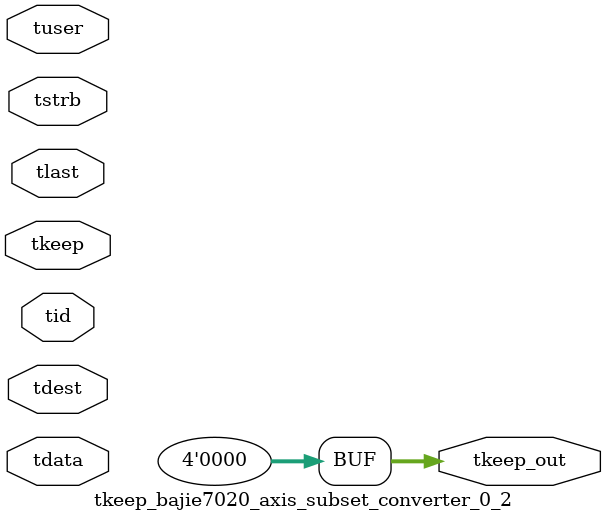
<source format=v>


`timescale 1ps/1ps

module tkeep_bajie7020_axis_subset_converter_0_2 #
(
parameter C_S_AXIS_TDATA_WIDTH = 32,
parameter C_S_AXIS_TUSER_WIDTH = 0,
parameter C_S_AXIS_TID_WIDTH   = 0,
parameter C_S_AXIS_TDEST_WIDTH = 0,
parameter C_M_AXIS_TDATA_WIDTH = 32
)
(
input  [(C_S_AXIS_TDATA_WIDTH == 0 ? 1 : C_S_AXIS_TDATA_WIDTH)-1:0     ] tdata,
input  [(C_S_AXIS_TUSER_WIDTH == 0 ? 1 : C_S_AXIS_TUSER_WIDTH)-1:0     ] tuser,
input  [(C_S_AXIS_TID_WIDTH   == 0 ? 1 : C_S_AXIS_TID_WIDTH)-1:0       ] tid,
input  [(C_S_AXIS_TDEST_WIDTH == 0 ? 1 : C_S_AXIS_TDEST_WIDTH)-1:0     ] tdest,
input  [(C_S_AXIS_TDATA_WIDTH/8)-1:0 ] tkeep,
input  [(C_S_AXIS_TDATA_WIDTH/8)-1:0 ] tstrb,
input                                                                    tlast,
output [(C_M_AXIS_TDATA_WIDTH/8)-1:0 ] tkeep_out
);

assign tkeep_out = {1'b0};

endmodule


</source>
